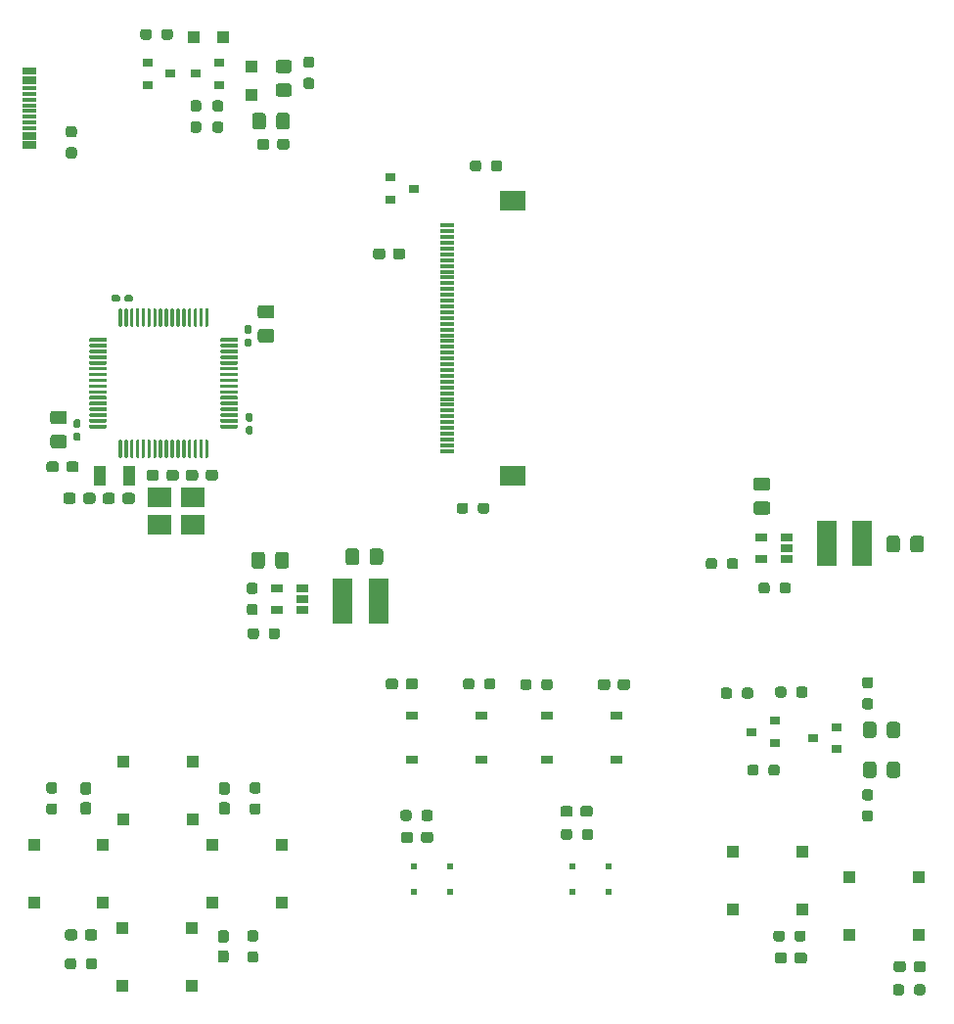
<source format=gtp>
G04 #@! TF.GenerationSoftware,KiCad,Pcbnew,(5.1.12)-1*
G04 #@! TF.CreationDate,2021-12-30T17:29:10+01:00*
G04 #@! TF.ProjectId,GameGirl,47616d65-4769-4726-9c2e-6b696361645f,rev?*
G04 #@! TF.SameCoordinates,Original*
G04 #@! TF.FileFunction,Paste,Top*
G04 #@! TF.FilePolarity,Positive*
%FSLAX46Y46*%
G04 Gerber Fmt 4.6, Leading zero omitted, Abs format (unit mm)*
G04 Created by KiCad (PCBNEW (5.1.12)-1) date 2021-12-30 17:29:10*
%MOMM*%
%LPD*%
G01*
G04 APERTURE LIST*
%ADD10R,1.000000X1.800000*%
%ADD11R,2.100000X1.800000*%
%ADD12R,1.060000X0.650000*%
%ADD13R,0.900000X0.800000*%
%ADD14R,1.000000X1.100000*%
%ADD15R,0.550000X0.550000*%
%ADD16R,1.000000X0.750000*%
%ADD17R,1.800000X4.000000*%
%ADD18R,1.300000X0.300000*%
%ADD19R,2.200000X1.800000*%
%ADD20R,1.150000X0.300000*%
%ADD21R,1.000000X1.000000*%
G04 APERTURE END LIST*
D10*
X46700000Y-77400000D03*
X44200000Y-77400000D03*
D11*
X49300000Y-79300000D03*
X52200000Y-79300000D03*
X52200000Y-81600000D03*
X49300000Y-81600000D03*
D12*
X59450000Y-89000000D03*
X59450000Y-87100000D03*
X61650000Y-87100000D03*
X61650000Y-88050000D03*
X61650000Y-89000000D03*
X101400000Y-84600000D03*
X101400000Y-82700000D03*
X103600000Y-82700000D03*
X103600000Y-83650000D03*
X103600000Y-84600000D03*
D13*
X100550000Y-99550000D03*
X102550000Y-98600000D03*
X102550000Y-100500000D03*
G36*
G01*
X44705000Y-73290000D02*
X43305000Y-73290000D01*
G75*
G02*
X43230000Y-73215000I0J75000D01*
G01*
X43230000Y-73065000D01*
G75*
G02*
X43305000Y-72990000I75000J0D01*
G01*
X44705000Y-72990000D01*
G75*
G02*
X44780000Y-73065000I0J-75000D01*
G01*
X44780000Y-73215000D01*
G75*
G02*
X44705000Y-73290000I-75000J0D01*
G01*
G37*
G36*
G01*
X44705000Y-72790000D02*
X43305000Y-72790000D01*
G75*
G02*
X43230000Y-72715000I0J75000D01*
G01*
X43230000Y-72565000D01*
G75*
G02*
X43305000Y-72490000I75000J0D01*
G01*
X44705000Y-72490000D01*
G75*
G02*
X44780000Y-72565000I0J-75000D01*
G01*
X44780000Y-72715000D01*
G75*
G02*
X44705000Y-72790000I-75000J0D01*
G01*
G37*
G36*
G01*
X44705000Y-72290000D02*
X43305000Y-72290000D01*
G75*
G02*
X43230000Y-72215000I0J75000D01*
G01*
X43230000Y-72065000D01*
G75*
G02*
X43305000Y-71990000I75000J0D01*
G01*
X44705000Y-71990000D01*
G75*
G02*
X44780000Y-72065000I0J-75000D01*
G01*
X44780000Y-72215000D01*
G75*
G02*
X44705000Y-72290000I-75000J0D01*
G01*
G37*
G36*
G01*
X44705000Y-71790000D02*
X43305000Y-71790000D01*
G75*
G02*
X43230000Y-71715000I0J75000D01*
G01*
X43230000Y-71565000D01*
G75*
G02*
X43305000Y-71490000I75000J0D01*
G01*
X44705000Y-71490000D01*
G75*
G02*
X44780000Y-71565000I0J-75000D01*
G01*
X44780000Y-71715000D01*
G75*
G02*
X44705000Y-71790000I-75000J0D01*
G01*
G37*
G36*
G01*
X44705000Y-71290000D02*
X43305000Y-71290000D01*
G75*
G02*
X43230000Y-71215000I0J75000D01*
G01*
X43230000Y-71065000D01*
G75*
G02*
X43305000Y-70990000I75000J0D01*
G01*
X44705000Y-70990000D01*
G75*
G02*
X44780000Y-71065000I0J-75000D01*
G01*
X44780000Y-71215000D01*
G75*
G02*
X44705000Y-71290000I-75000J0D01*
G01*
G37*
G36*
G01*
X44705000Y-70790000D02*
X43305000Y-70790000D01*
G75*
G02*
X43230000Y-70715000I0J75000D01*
G01*
X43230000Y-70565000D01*
G75*
G02*
X43305000Y-70490000I75000J0D01*
G01*
X44705000Y-70490000D01*
G75*
G02*
X44780000Y-70565000I0J-75000D01*
G01*
X44780000Y-70715000D01*
G75*
G02*
X44705000Y-70790000I-75000J0D01*
G01*
G37*
G36*
G01*
X44705000Y-70290000D02*
X43305000Y-70290000D01*
G75*
G02*
X43230000Y-70215000I0J75000D01*
G01*
X43230000Y-70065000D01*
G75*
G02*
X43305000Y-69990000I75000J0D01*
G01*
X44705000Y-69990000D01*
G75*
G02*
X44780000Y-70065000I0J-75000D01*
G01*
X44780000Y-70215000D01*
G75*
G02*
X44705000Y-70290000I-75000J0D01*
G01*
G37*
G36*
G01*
X44705000Y-69790000D02*
X43305000Y-69790000D01*
G75*
G02*
X43230000Y-69715000I0J75000D01*
G01*
X43230000Y-69565000D01*
G75*
G02*
X43305000Y-69490000I75000J0D01*
G01*
X44705000Y-69490000D01*
G75*
G02*
X44780000Y-69565000I0J-75000D01*
G01*
X44780000Y-69715000D01*
G75*
G02*
X44705000Y-69790000I-75000J0D01*
G01*
G37*
G36*
G01*
X44705000Y-69290000D02*
X43305000Y-69290000D01*
G75*
G02*
X43230000Y-69215000I0J75000D01*
G01*
X43230000Y-69065000D01*
G75*
G02*
X43305000Y-68990000I75000J0D01*
G01*
X44705000Y-68990000D01*
G75*
G02*
X44780000Y-69065000I0J-75000D01*
G01*
X44780000Y-69215000D01*
G75*
G02*
X44705000Y-69290000I-75000J0D01*
G01*
G37*
G36*
G01*
X44705000Y-68790000D02*
X43305000Y-68790000D01*
G75*
G02*
X43230000Y-68715000I0J75000D01*
G01*
X43230000Y-68565000D01*
G75*
G02*
X43305000Y-68490000I75000J0D01*
G01*
X44705000Y-68490000D01*
G75*
G02*
X44780000Y-68565000I0J-75000D01*
G01*
X44780000Y-68715000D01*
G75*
G02*
X44705000Y-68790000I-75000J0D01*
G01*
G37*
G36*
G01*
X44705000Y-68290000D02*
X43305000Y-68290000D01*
G75*
G02*
X43230000Y-68215000I0J75000D01*
G01*
X43230000Y-68065000D01*
G75*
G02*
X43305000Y-67990000I75000J0D01*
G01*
X44705000Y-67990000D01*
G75*
G02*
X44780000Y-68065000I0J-75000D01*
G01*
X44780000Y-68215000D01*
G75*
G02*
X44705000Y-68290000I-75000J0D01*
G01*
G37*
G36*
G01*
X44705000Y-67790000D02*
X43305000Y-67790000D01*
G75*
G02*
X43230000Y-67715000I0J75000D01*
G01*
X43230000Y-67565000D01*
G75*
G02*
X43305000Y-67490000I75000J0D01*
G01*
X44705000Y-67490000D01*
G75*
G02*
X44780000Y-67565000I0J-75000D01*
G01*
X44780000Y-67715000D01*
G75*
G02*
X44705000Y-67790000I-75000J0D01*
G01*
G37*
G36*
G01*
X44705000Y-67290000D02*
X43305000Y-67290000D01*
G75*
G02*
X43230000Y-67215000I0J75000D01*
G01*
X43230000Y-67065000D01*
G75*
G02*
X43305000Y-66990000I75000J0D01*
G01*
X44705000Y-66990000D01*
G75*
G02*
X44780000Y-67065000I0J-75000D01*
G01*
X44780000Y-67215000D01*
G75*
G02*
X44705000Y-67290000I-75000J0D01*
G01*
G37*
G36*
G01*
X44705000Y-66790000D02*
X43305000Y-66790000D01*
G75*
G02*
X43230000Y-66715000I0J75000D01*
G01*
X43230000Y-66565000D01*
G75*
G02*
X43305000Y-66490000I75000J0D01*
G01*
X44705000Y-66490000D01*
G75*
G02*
X44780000Y-66565000I0J-75000D01*
G01*
X44780000Y-66715000D01*
G75*
G02*
X44705000Y-66790000I-75000J0D01*
G01*
G37*
G36*
G01*
X44705000Y-66290000D02*
X43305000Y-66290000D01*
G75*
G02*
X43230000Y-66215000I0J75000D01*
G01*
X43230000Y-66065000D01*
G75*
G02*
X43305000Y-65990000I75000J0D01*
G01*
X44705000Y-65990000D01*
G75*
G02*
X44780000Y-66065000I0J-75000D01*
G01*
X44780000Y-66215000D01*
G75*
G02*
X44705000Y-66290000I-75000J0D01*
G01*
G37*
G36*
G01*
X44705000Y-65790000D02*
X43305000Y-65790000D01*
G75*
G02*
X43230000Y-65715000I0J75000D01*
G01*
X43230000Y-65565000D01*
G75*
G02*
X43305000Y-65490000I75000J0D01*
G01*
X44705000Y-65490000D01*
G75*
G02*
X44780000Y-65565000I0J-75000D01*
G01*
X44780000Y-65715000D01*
G75*
G02*
X44705000Y-65790000I-75000J0D01*
G01*
G37*
G36*
G01*
X46005000Y-64490000D02*
X45855000Y-64490000D01*
G75*
G02*
X45780000Y-64415000I0J75000D01*
G01*
X45780000Y-63015000D01*
G75*
G02*
X45855000Y-62940000I75000J0D01*
G01*
X46005000Y-62940000D01*
G75*
G02*
X46080000Y-63015000I0J-75000D01*
G01*
X46080000Y-64415000D01*
G75*
G02*
X46005000Y-64490000I-75000J0D01*
G01*
G37*
G36*
G01*
X46505000Y-64490000D02*
X46355000Y-64490000D01*
G75*
G02*
X46280000Y-64415000I0J75000D01*
G01*
X46280000Y-63015000D01*
G75*
G02*
X46355000Y-62940000I75000J0D01*
G01*
X46505000Y-62940000D01*
G75*
G02*
X46580000Y-63015000I0J-75000D01*
G01*
X46580000Y-64415000D01*
G75*
G02*
X46505000Y-64490000I-75000J0D01*
G01*
G37*
G36*
G01*
X47005000Y-64490000D02*
X46855000Y-64490000D01*
G75*
G02*
X46780000Y-64415000I0J75000D01*
G01*
X46780000Y-63015000D01*
G75*
G02*
X46855000Y-62940000I75000J0D01*
G01*
X47005000Y-62940000D01*
G75*
G02*
X47080000Y-63015000I0J-75000D01*
G01*
X47080000Y-64415000D01*
G75*
G02*
X47005000Y-64490000I-75000J0D01*
G01*
G37*
G36*
G01*
X47505000Y-64490000D02*
X47355000Y-64490000D01*
G75*
G02*
X47280000Y-64415000I0J75000D01*
G01*
X47280000Y-63015000D01*
G75*
G02*
X47355000Y-62940000I75000J0D01*
G01*
X47505000Y-62940000D01*
G75*
G02*
X47580000Y-63015000I0J-75000D01*
G01*
X47580000Y-64415000D01*
G75*
G02*
X47505000Y-64490000I-75000J0D01*
G01*
G37*
G36*
G01*
X48005000Y-64490000D02*
X47855000Y-64490000D01*
G75*
G02*
X47780000Y-64415000I0J75000D01*
G01*
X47780000Y-63015000D01*
G75*
G02*
X47855000Y-62940000I75000J0D01*
G01*
X48005000Y-62940000D01*
G75*
G02*
X48080000Y-63015000I0J-75000D01*
G01*
X48080000Y-64415000D01*
G75*
G02*
X48005000Y-64490000I-75000J0D01*
G01*
G37*
G36*
G01*
X48505000Y-64490000D02*
X48355000Y-64490000D01*
G75*
G02*
X48280000Y-64415000I0J75000D01*
G01*
X48280000Y-63015000D01*
G75*
G02*
X48355000Y-62940000I75000J0D01*
G01*
X48505000Y-62940000D01*
G75*
G02*
X48580000Y-63015000I0J-75000D01*
G01*
X48580000Y-64415000D01*
G75*
G02*
X48505000Y-64490000I-75000J0D01*
G01*
G37*
G36*
G01*
X49005000Y-64490000D02*
X48855000Y-64490000D01*
G75*
G02*
X48780000Y-64415000I0J75000D01*
G01*
X48780000Y-63015000D01*
G75*
G02*
X48855000Y-62940000I75000J0D01*
G01*
X49005000Y-62940000D01*
G75*
G02*
X49080000Y-63015000I0J-75000D01*
G01*
X49080000Y-64415000D01*
G75*
G02*
X49005000Y-64490000I-75000J0D01*
G01*
G37*
G36*
G01*
X49505000Y-64490000D02*
X49355000Y-64490000D01*
G75*
G02*
X49280000Y-64415000I0J75000D01*
G01*
X49280000Y-63015000D01*
G75*
G02*
X49355000Y-62940000I75000J0D01*
G01*
X49505000Y-62940000D01*
G75*
G02*
X49580000Y-63015000I0J-75000D01*
G01*
X49580000Y-64415000D01*
G75*
G02*
X49505000Y-64490000I-75000J0D01*
G01*
G37*
G36*
G01*
X50005000Y-64490000D02*
X49855000Y-64490000D01*
G75*
G02*
X49780000Y-64415000I0J75000D01*
G01*
X49780000Y-63015000D01*
G75*
G02*
X49855000Y-62940000I75000J0D01*
G01*
X50005000Y-62940000D01*
G75*
G02*
X50080000Y-63015000I0J-75000D01*
G01*
X50080000Y-64415000D01*
G75*
G02*
X50005000Y-64490000I-75000J0D01*
G01*
G37*
G36*
G01*
X50505000Y-64490000D02*
X50355000Y-64490000D01*
G75*
G02*
X50280000Y-64415000I0J75000D01*
G01*
X50280000Y-63015000D01*
G75*
G02*
X50355000Y-62940000I75000J0D01*
G01*
X50505000Y-62940000D01*
G75*
G02*
X50580000Y-63015000I0J-75000D01*
G01*
X50580000Y-64415000D01*
G75*
G02*
X50505000Y-64490000I-75000J0D01*
G01*
G37*
G36*
G01*
X51005000Y-64490000D02*
X50855000Y-64490000D01*
G75*
G02*
X50780000Y-64415000I0J75000D01*
G01*
X50780000Y-63015000D01*
G75*
G02*
X50855000Y-62940000I75000J0D01*
G01*
X51005000Y-62940000D01*
G75*
G02*
X51080000Y-63015000I0J-75000D01*
G01*
X51080000Y-64415000D01*
G75*
G02*
X51005000Y-64490000I-75000J0D01*
G01*
G37*
G36*
G01*
X51505000Y-64490000D02*
X51355000Y-64490000D01*
G75*
G02*
X51280000Y-64415000I0J75000D01*
G01*
X51280000Y-63015000D01*
G75*
G02*
X51355000Y-62940000I75000J0D01*
G01*
X51505000Y-62940000D01*
G75*
G02*
X51580000Y-63015000I0J-75000D01*
G01*
X51580000Y-64415000D01*
G75*
G02*
X51505000Y-64490000I-75000J0D01*
G01*
G37*
G36*
G01*
X52005000Y-64490000D02*
X51855000Y-64490000D01*
G75*
G02*
X51780000Y-64415000I0J75000D01*
G01*
X51780000Y-63015000D01*
G75*
G02*
X51855000Y-62940000I75000J0D01*
G01*
X52005000Y-62940000D01*
G75*
G02*
X52080000Y-63015000I0J-75000D01*
G01*
X52080000Y-64415000D01*
G75*
G02*
X52005000Y-64490000I-75000J0D01*
G01*
G37*
G36*
G01*
X52505000Y-64490000D02*
X52355000Y-64490000D01*
G75*
G02*
X52280000Y-64415000I0J75000D01*
G01*
X52280000Y-63015000D01*
G75*
G02*
X52355000Y-62940000I75000J0D01*
G01*
X52505000Y-62940000D01*
G75*
G02*
X52580000Y-63015000I0J-75000D01*
G01*
X52580000Y-64415000D01*
G75*
G02*
X52505000Y-64490000I-75000J0D01*
G01*
G37*
G36*
G01*
X53005000Y-64490000D02*
X52855000Y-64490000D01*
G75*
G02*
X52780000Y-64415000I0J75000D01*
G01*
X52780000Y-63015000D01*
G75*
G02*
X52855000Y-62940000I75000J0D01*
G01*
X53005000Y-62940000D01*
G75*
G02*
X53080000Y-63015000I0J-75000D01*
G01*
X53080000Y-64415000D01*
G75*
G02*
X53005000Y-64490000I-75000J0D01*
G01*
G37*
G36*
G01*
X53505000Y-64490000D02*
X53355000Y-64490000D01*
G75*
G02*
X53280000Y-64415000I0J75000D01*
G01*
X53280000Y-63015000D01*
G75*
G02*
X53355000Y-62940000I75000J0D01*
G01*
X53505000Y-62940000D01*
G75*
G02*
X53580000Y-63015000I0J-75000D01*
G01*
X53580000Y-64415000D01*
G75*
G02*
X53505000Y-64490000I-75000J0D01*
G01*
G37*
G36*
G01*
X56055000Y-65790000D02*
X54655000Y-65790000D01*
G75*
G02*
X54580000Y-65715000I0J75000D01*
G01*
X54580000Y-65565000D01*
G75*
G02*
X54655000Y-65490000I75000J0D01*
G01*
X56055000Y-65490000D01*
G75*
G02*
X56130000Y-65565000I0J-75000D01*
G01*
X56130000Y-65715000D01*
G75*
G02*
X56055000Y-65790000I-75000J0D01*
G01*
G37*
G36*
G01*
X56055000Y-66290000D02*
X54655000Y-66290000D01*
G75*
G02*
X54580000Y-66215000I0J75000D01*
G01*
X54580000Y-66065000D01*
G75*
G02*
X54655000Y-65990000I75000J0D01*
G01*
X56055000Y-65990000D01*
G75*
G02*
X56130000Y-66065000I0J-75000D01*
G01*
X56130000Y-66215000D01*
G75*
G02*
X56055000Y-66290000I-75000J0D01*
G01*
G37*
G36*
G01*
X56055000Y-66790000D02*
X54655000Y-66790000D01*
G75*
G02*
X54580000Y-66715000I0J75000D01*
G01*
X54580000Y-66565000D01*
G75*
G02*
X54655000Y-66490000I75000J0D01*
G01*
X56055000Y-66490000D01*
G75*
G02*
X56130000Y-66565000I0J-75000D01*
G01*
X56130000Y-66715000D01*
G75*
G02*
X56055000Y-66790000I-75000J0D01*
G01*
G37*
G36*
G01*
X56055000Y-67290000D02*
X54655000Y-67290000D01*
G75*
G02*
X54580000Y-67215000I0J75000D01*
G01*
X54580000Y-67065000D01*
G75*
G02*
X54655000Y-66990000I75000J0D01*
G01*
X56055000Y-66990000D01*
G75*
G02*
X56130000Y-67065000I0J-75000D01*
G01*
X56130000Y-67215000D01*
G75*
G02*
X56055000Y-67290000I-75000J0D01*
G01*
G37*
G36*
G01*
X56055000Y-67790000D02*
X54655000Y-67790000D01*
G75*
G02*
X54580000Y-67715000I0J75000D01*
G01*
X54580000Y-67565000D01*
G75*
G02*
X54655000Y-67490000I75000J0D01*
G01*
X56055000Y-67490000D01*
G75*
G02*
X56130000Y-67565000I0J-75000D01*
G01*
X56130000Y-67715000D01*
G75*
G02*
X56055000Y-67790000I-75000J0D01*
G01*
G37*
G36*
G01*
X56055000Y-68290000D02*
X54655000Y-68290000D01*
G75*
G02*
X54580000Y-68215000I0J75000D01*
G01*
X54580000Y-68065000D01*
G75*
G02*
X54655000Y-67990000I75000J0D01*
G01*
X56055000Y-67990000D01*
G75*
G02*
X56130000Y-68065000I0J-75000D01*
G01*
X56130000Y-68215000D01*
G75*
G02*
X56055000Y-68290000I-75000J0D01*
G01*
G37*
G36*
G01*
X56055000Y-68790000D02*
X54655000Y-68790000D01*
G75*
G02*
X54580000Y-68715000I0J75000D01*
G01*
X54580000Y-68565000D01*
G75*
G02*
X54655000Y-68490000I75000J0D01*
G01*
X56055000Y-68490000D01*
G75*
G02*
X56130000Y-68565000I0J-75000D01*
G01*
X56130000Y-68715000D01*
G75*
G02*
X56055000Y-68790000I-75000J0D01*
G01*
G37*
G36*
G01*
X56055000Y-69290000D02*
X54655000Y-69290000D01*
G75*
G02*
X54580000Y-69215000I0J75000D01*
G01*
X54580000Y-69065000D01*
G75*
G02*
X54655000Y-68990000I75000J0D01*
G01*
X56055000Y-68990000D01*
G75*
G02*
X56130000Y-69065000I0J-75000D01*
G01*
X56130000Y-69215000D01*
G75*
G02*
X56055000Y-69290000I-75000J0D01*
G01*
G37*
G36*
G01*
X56055000Y-69790000D02*
X54655000Y-69790000D01*
G75*
G02*
X54580000Y-69715000I0J75000D01*
G01*
X54580000Y-69565000D01*
G75*
G02*
X54655000Y-69490000I75000J0D01*
G01*
X56055000Y-69490000D01*
G75*
G02*
X56130000Y-69565000I0J-75000D01*
G01*
X56130000Y-69715000D01*
G75*
G02*
X56055000Y-69790000I-75000J0D01*
G01*
G37*
G36*
G01*
X56055000Y-70290000D02*
X54655000Y-70290000D01*
G75*
G02*
X54580000Y-70215000I0J75000D01*
G01*
X54580000Y-70065000D01*
G75*
G02*
X54655000Y-69990000I75000J0D01*
G01*
X56055000Y-69990000D01*
G75*
G02*
X56130000Y-70065000I0J-75000D01*
G01*
X56130000Y-70215000D01*
G75*
G02*
X56055000Y-70290000I-75000J0D01*
G01*
G37*
G36*
G01*
X56055000Y-70790000D02*
X54655000Y-70790000D01*
G75*
G02*
X54580000Y-70715000I0J75000D01*
G01*
X54580000Y-70565000D01*
G75*
G02*
X54655000Y-70490000I75000J0D01*
G01*
X56055000Y-70490000D01*
G75*
G02*
X56130000Y-70565000I0J-75000D01*
G01*
X56130000Y-70715000D01*
G75*
G02*
X56055000Y-70790000I-75000J0D01*
G01*
G37*
G36*
G01*
X56055000Y-71290000D02*
X54655000Y-71290000D01*
G75*
G02*
X54580000Y-71215000I0J75000D01*
G01*
X54580000Y-71065000D01*
G75*
G02*
X54655000Y-70990000I75000J0D01*
G01*
X56055000Y-70990000D01*
G75*
G02*
X56130000Y-71065000I0J-75000D01*
G01*
X56130000Y-71215000D01*
G75*
G02*
X56055000Y-71290000I-75000J0D01*
G01*
G37*
G36*
G01*
X56055000Y-71790000D02*
X54655000Y-71790000D01*
G75*
G02*
X54580000Y-71715000I0J75000D01*
G01*
X54580000Y-71565000D01*
G75*
G02*
X54655000Y-71490000I75000J0D01*
G01*
X56055000Y-71490000D01*
G75*
G02*
X56130000Y-71565000I0J-75000D01*
G01*
X56130000Y-71715000D01*
G75*
G02*
X56055000Y-71790000I-75000J0D01*
G01*
G37*
G36*
G01*
X56055000Y-72290000D02*
X54655000Y-72290000D01*
G75*
G02*
X54580000Y-72215000I0J75000D01*
G01*
X54580000Y-72065000D01*
G75*
G02*
X54655000Y-71990000I75000J0D01*
G01*
X56055000Y-71990000D01*
G75*
G02*
X56130000Y-72065000I0J-75000D01*
G01*
X56130000Y-72215000D01*
G75*
G02*
X56055000Y-72290000I-75000J0D01*
G01*
G37*
G36*
G01*
X56055000Y-72790000D02*
X54655000Y-72790000D01*
G75*
G02*
X54580000Y-72715000I0J75000D01*
G01*
X54580000Y-72565000D01*
G75*
G02*
X54655000Y-72490000I75000J0D01*
G01*
X56055000Y-72490000D01*
G75*
G02*
X56130000Y-72565000I0J-75000D01*
G01*
X56130000Y-72715000D01*
G75*
G02*
X56055000Y-72790000I-75000J0D01*
G01*
G37*
G36*
G01*
X56055000Y-73290000D02*
X54655000Y-73290000D01*
G75*
G02*
X54580000Y-73215000I0J75000D01*
G01*
X54580000Y-73065000D01*
G75*
G02*
X54655000Y-72990000I75000J0D01*
G01*
X56055000Y-72990000D01*
G75*
G02*
X56130000Y-73065000I0J-75000D01*
G01*
X56130000Y-73215000D01*
G75*
G02*
X56055000Y-73290000I-75000J0D01*
G01*
G37*
G36*
G01*
X53505000Y-75840000D02*
X53355000Y-75840000D01*
G75*
G02*
X53280000Y-75765000I0J75000D01*
G01*
X53280000Y-74365000D01*
G75*
G02*
X53355000Y-74290000I75000J0D01*
G01*
X53505000Y-74290000D01*
G75*
G02*
X53580000Y-74365000I0J-75000D01*
G01*
X53580000Y-75765000D01*
G75*
G02*
X53505000Y-75840000I-75000J0D01*
G01*
G37*
G36*
G01*
X53005000Y-75840000D02*
X52855000Y-75840000D01*
G75*
G02*
X52780000Y-75765000I0J75000D01*
G01*
X52780000Y-74365000D01*
G75*
G02*
X52855000Y-74290000I75000J0D01*
G01*
X53005000Y-74290000D01*
G75*
G02*
X53080000Y-74365000I0J-75000D01*
G01*
X53080000Y-75765000D01*
G75*
G02*
X53005000Y-75840000I-75000J0D01*
G01*
G37*
G36*
G01*
X52505000Y-75840000D02*
X52355000Y-75840000D01*
G75*
G02*
X52280000Y-75765000I0J75000D01*
G01*
X52280000Y-74365000D01*
G75*
G02*
X52355000Y-74290000I75000J0D01*
G01*
X52505000Y-74290000D01*
G75*
G02*
X52580000Y-74365000I0J-75000D01*
G01*
X52580000Y-75765000D01*
G75*
G02*
X52505000Y-75840000I-75000J0D01*
G01*
G37*
G36*
G01*
X52005000Y-75840000D02*
X51855000Y-75840000D01*
G75*
G02*
X51780000Y-75765000I0J75000D01*
G01*
X51780000Y-74365000D01*
G75*
G02*
X51855000Y-74290000I75000J0D01*
G01*
X52005000Y-74290000D01*
G75*
G02*
X52080000Y-74365000I0J-75000D01*
G01*
X52080000Y-75765000D01*
G75*
G02*
X52005000Y-75840000I-75000J0D01*
G01*
G37*
G36*
G01*
X51505000Y-75840000D02*
X51355000Y-75840000D01*
G75*
G02*
X51280000Y-75765000I0J75000D01*
G01*
X51280000Y-74365000D01*
G75*
G02*
X51355000Y-74290000I75000J0D01*
G01*
X51505000Y-74290000D01*
G75*
G02*
X51580000Y-74365000I0J-75000D01*
G01*
X51580000Y-75765000D01*
G75*
G02*
X51505000Y-75840000I-75000J0D01*
G01*
G37*
G36*
G01*
X51005000Y-75840000D02*
X50855000Y-75840000D01*
G75*
G02*
X50780000Y-75765000I0J75000D01*
G01*
X50780000Y-74365000D01*
G75*
G02*
X50855000Y-74290000I75000J0D01*
G01*
X51005000Y-74290000D01*
G75*
G02*
X51080000Y-74365000I0J-75000D01*
G01*
X51080000Y-75765000D01*
G75*
G02*
X51005000Y-75840000I-75000J0D01*
G01*
G37*
G36*
G01*
X50505000Y-75840000D02*
X50355000Y-75840000D01*
G75*
G02*
X50280000Y-75765000I0J75000D01*
G01*
X50280000Y-74365000D01*
G75*
G02*
X50355000Y-74290000I75000J0D01*
G01*
X50505000Y-74290000D01*
G75*
G02*
X50580000Y-74365000I0J-75000D01*
G01*
X50580000Y-75765000D01*
G75*
G02*
X50505000Y-75840000I-75000J0D01*
G01*
G37*
G36*
G01*
X50005000Y-75840000D02*
X49855000Y-75840000D01*
G75*
G02*
X49780000Y-75765000I0J75000D01*
G01*
X49780000Y-74365000D01*
G75*
G02*
X49855000Y-74290000I75000J0D01*
G01*
X50005000Y-74290000D01*
G75*
G02*
X50080000Y-74365000I0J-75000D01*
G01*
X50080000Y-75765000D01*
G75*
G02*
X50005000Y-75840000I-75000J0D01*
G01*
G37*
G36*
G01*
X49505000Y-75840000D02*
X49355000Y-75840000D01*
G75*
G02*
X49280000Y-75765000I0J75000D01*
G01*
X49280000Y-74365000D01*
G75*
G02*
X49355000Y-74290000I75000J0D01*
G01*
X49505000Y-74290000D01*
G75*
G02*
X49580000Y-74365000I0J-75000D01*
G01*
X49580000Y-75765000D01*
G75*
G02*
X49505000Y-75840000I-75000J0D01*
G01*
G37*
G36*
G01*
X49005000Y-75840000D02*
X48855000Y-75840000D01*
G75*
G02*
X48780000Y-75765000I0J75000D01*
G01*
X48780000Y-74365000D01*
G75*
G02*
X48855000Y-74290000I75000J0D01*
G01*
X49005000Y-74290000D01*
G75*
G02*
X49080000Y-74365000I0J-75000D01*
G01*
X49080000Y-75765000D01*
G75*
G02*
X49005000Y-75840000I-75000J0D01*
G01*
G37*
G36*
G01*
X48505000Y-75840000D02*
X48355000Y-75840000D01*
G75*
G02*
X48280000Y-75765000I0J75000D01*
G01*
X48280000Y-74365000D01*
G75*
G02*
X48355000Y-74290000I75000J0D01*
G01*
X48505000Y-74290000D01*
G75*
G02*
X48580000Y-74365000I0J-75000D01*
G01*
X48580000Y-75765000D01*
G75*
G02*
X48505000Y-75840000I-75000J0D01*
G01*
G37*
G36*
G01*
X48005000Y-75840000D02*
X47855000Y-75840000D01*
G75*
G02*
X47780000Y-75765000I0J75000D01*
G01*
X47780000Y-74365000D01*
G75*
G02*
X47855000Y-74290000I75000J0D01*
G01*
X48005000Y-74290000D01*
G75*
G02*
X48080000Y-74365000I0J-75000D01*
G01*
X48080000Y-75765000D01*
G75*
G02*
X48005000Y-75840000I-75000J0D01*
G01*
G37*
G36*
G01*
X47505000Y-75840000D02*
X47355000Y-75840000D01*
G75*
G02*
X47280000Y-75765000I0J75000D01*
G01*
X47280000Y-74365000D01*
G75*
G02*
X47355000Y-74290000I75000J0D01*
G01*
X47505000Y-74290000D01*
G75*
G02*
X47580000Y-74365000I0J-75000D01*
G01*
X47580000Y-75765000D01*
G75*
G02*
X47505000Y-75840000I-75000J0D01*
G01*
G37*
G36*
G01*
X47005000Y-75840000D02*
X46855000Y-75840000D01*
G75*
G02*
X46780000Y-75765000I0J75000D01*
G01*
X46780000Y-74365000D01*
G75*
G02*
X46855000Y-74290000I75000J0D01*
G01*
X47005000Y-74290000D01*
G75*
G02*
X47080000Y-74365000I0J-75000D01*
G01*
X47080000Y-75765000D01*
G75*
G02*
X47005000Y-75840000I-75000J0D01*
G01*
G37*
G36*
G01*
X46505000Y-75840000D02*
X46355000Y-75840000D01*
G75*
G02*
X46280000Y-75765000I0J75000D01*
G01*
X46280000Y-74365000D01*
G75*
G02*
X46355000Y-74290000I75000J0D01*
G01*
X46505000Y-74290000D01*
G75*
G02*
X46580000Y-74365000I0J-75000D01*
G01*
X46580000Y-75765000D01*
G75*
G02*
X46505000Y-75840000I-75000J0D01*
G01*
G37*
G36*
G01*
X46005000Y-75840000D02*
X45855000Y-75840000D01*
G75*
G02*
X45780000Y-75765000I0J75000D01*
G01*
X45780000Y-74365000D01*
G75*
G02*
X45855000Y-74290000I75000J0D01*
G01*
X46005000Y-74290000D01*
G75*
G02*
X46080000Y-74365000I0J-75000D01*
G01*
X46080000Y-75765000D01*
G75*
G02*
X46005000Y-75840000I-75000J0D01*
G01*
G37*
D14*
X98925000Y-109875000D03*
X98925000Y-114875000D03*
X104925000Y-109875000D03*
X104925000Y-114875000D03*
X59870000Y-114320000D03*
X59870000Y-109320000D03*
X53870000Y-114320000D03*
X53870000Y-109320000D03*
X46150000Y-116510000D03*
X46150000Y-121510000D03*
X52150000Y-116510000D03*
X52150000Y-121510000D03*
X38450000Y-109300000D03*
X38450000Y-114300000D03*
X44450000Y-109300000D03*
X44450000Y-114300000D03*
X109050000Y-112125000D03*
X109050000Y-117125000D03*
X115050000Y-112125000D03*
X115050000Y-117125000D03*
X52175000Y-107100000D03*
X52175000Y-102100000D03*
X46175000Y-107100000D03*
X46175000Y-102100000D03*
D15*
X74448000Y-111168000D03*
X74448000Y-113368000D03*
X71348000Y-113368000D03*
X71348000Y-111168000D03*
X88164000Y-111168000D03*
X88164000Y-113368000D03*
X85064000Y-113368000D03*
X85064000Y-111168000D03*
D16*
X71150000Y-98175000D03*
X77150000Y-98175000D03*
X71150000Y-101925000D03*
X77150000Y-101925000D03*
X82850000Y-98175000D03*
X88850000Y-98175000D03*
X82850000Y-101925000D03*
X88850000Y-101925000D03*
G36*
G01*
X110362500Y-106325000D02*
X110837500Y-106325000D01*
G75*
G02*
X111075000Y-106562500I0J-237500D01*
G01*
X111075000Y-107062500D01*
G75*
G02*
X110837500Y-107300000I-237500J0D01*
G01*
X110362500Y-107300000D01*
G75*
G02*
X110125000Y-107062500I0J237500D01*
G01*
X110125000Y-106562500D01*
G75*
G02*
X110362500Y-106325000I237500J0D01*
G01*
G37*
G36*
G01*
X110362500Y-104500000D02*
X110837500Y-104500000D01*
G75*
G02*
X111075000Y-104737500I0J-237500D01*
G01*
X111075000Y-105237500D01*
G75*
G02*
X110837500Y-105475000I-237500J0D01*
G01*
X110362500Y-105475000D01*
G75*
G02*
X110125000Y-105237500I0J237500D01*
G01*
X110125000Y-104737500D01*
G75*
G02*
X110362500Y-104500000I237500J0D01*
G01*
G37*
G36*
G01*
X48650000Y-38987500D02*
X48650000Y-39462500D01*
G75*
G02*
X48412500Y-39700000I-237500J0D01*
G01*
X47912500Y-39700000D01*
G75*
G02*
X47675000Y-39462500I0J237500D01*
G01*
X47675000Y-38987500D01*
G75*
G02*
X47912500Y-38750000I237500J0D01*
G01*
X48412500Y-38750000D01*
G75*
G02*
X48650000Y-38987500I0J-237500D01*
G01*
G37*
G36*
G01*
X50475000Y-38987500D02*
X50475000Y-39462500D01*
G75*
G02*
X50237500Y-39700000I-237500J0D01*
G01*
X49737500Y-39700000D01*
G75*
G02*
X49500000Y-39462500I0J237500D01*
G01*
X49500000Y-38987500D01*
G75*
G02*
X49737500Y-38750000I237500J0D01*
G01*
X50237500Y-38750000D01*
G75*
G02*
X50475000Y-38987500I0J-237500D01*
G01*
G37*
G36*
G01*
X54612500Y-45900000D02*
X54137500Y-45900000D01*
G75*
G02*
X53900000Y-45662500I0J237500D01*
G01*
X53900000Y-45162500D01*
G75*
G02*
X54137500Y-44925000I237500J0D01*
G01*
X54612500Y-44925000D01*
G75*
G02*
X54850000Y-45162500I0J-237500D01*
G01*
X54850000Y-45662500D01*
G75*
G02*
X54612500Y-45900000I-237500J0D01*
G01*
G37*
G36*
G01*
X54612500Y-47725000D02*
X54137500Y-47725000D01*
G75*
G02*
X53900000Y-47487500I0J237500D01*
G01*
X53900000Y-46987500D01*
G75*
G02*
X54137500Y-46750000I237500J0D01*
G01*
X54612500Y-46750000D01*
G75*
G02*
X54850000Y-46987500I0J-237500D01*
G01*
X54850000Y-47487500D01*
G75*
G02*
X54612500Y-47725000I-237500J0D01*
G01*
G37*
G36*
G01*
X52237500Y-46750000D02*
X52712500Y-46750000D01*
G75*
G02*
X52950000Y-46987500I0J-237500D01*
G01*
X52950000Y-47487500D01*
G75*
G02*
X52712500Y-47725000I-237500J0D01*
G01*
X52237500Y-47725000D01*
G75*
G02*
X52000000Y-47487500I0J237500D01*
G01*
X52000000Y-46987500D01*
G75*
G02*
X52237500Y-46750000I237500J0D01*
G01*
G37*
G36*
G01*
X52237500Y-44925000D02*
X52712500Y-44925000D01*
G75*
G02*
X52950000Y-45162500I0J-237500D01*
G01*
X52950000Y-45662500D01*
G75*
G02*
X52712500Y-45900000I-237500J0D01*
G01*
X52237500Y-45900000D01*
G75*
G02*
X52000000Y-45662500I0J237500D01*
G01*
X52000000Y-45162500D01*
G75*
G02*
X52237500Y-44925000I237500J0D01*
G01*
G37*
G36*
G01*
X58775000Y-91287500D02*
X58775000Y-90812500D01*
G75*
G02*
X59012500Y-90575000I237500J0D01*
G01*
X59512500Y-90575000D01*
G75*
G02*
X59750000Y-90812500I0J-237500D01*
G01*
X59750000Y-91287500D01*
G75*
G02*
X59512500Y-91525000I-237500J0D01*
G01*
X59012500Y-91525000D01*
G75*
G02*
X58775000Y-91287500I0J237500D01*
G01*
G37*
G36*
G01*
X56950000Y-91287500D02*
X56950000Y-90812500D01*
G75*
G02*
X57187500Y-90575000I237500J0D01*
G01*
X57687500Y-90575000D01*
G75*
G02*
X57925000Y-90812500I0J-237500D01*
G01*
X57925000Y-91287500D01*
G75*
G02*
X57687500Y-91525000I-237500J0D01*
G01*
X57187500Y-91525000D01*
G75*
G02*
X56950000Y-91287500I0J237500D01*
G01*
G37*
G36*
G01*
X102975000Y-87337500D02*
X102975000Y-86862500D01*
G75*
G02*
X103212500Y-86625000I237500J0D01*
G01*
X103712500Y-86625000D01*
G75*
G02*
X103950000Y-86862500I0J-237500D01*
G01*
X103950000Y-87337500D01*
G75*
G02*
X103712500Y-87575000I-237500J0D01*
G01*
X103212500Y-87575000D01*
G75*
G02*
X102975000Y-87337500I0J237500D01*
G01*
G37*
G36*
G01*
X101150000Y-87337500D02*
X101150000Y-86862500D01*
G75*
G02*
X101387500Y-86625000I237500J0D01*
G01*
X101887500Y-86625000D01*
G75*
G02*
X102125000Y-86862500I0J-237500D01*
G01*
X102125000Y-87337500D01*
G75*
G02*
X101887500Y-87575000I-237500J0D01*
G01*
X101387500Y-87575000D01*
G75*
G02*
X101150000Y-87337500I0J237500D01*
G01*
G37*
G36*
G01*
X57587500Y-87625000D02*
X57112500Y-87625000D01*
G75*
G02*
X56875000Y-87387500I0J237500D01*
G01*
X56875000Y-86887500D01*
G75*
G02*
X57112500Y-86650000I237500J0D01*
G01*
X57587500Y-86650000D01*
G75*
G02*
X57825000Y-86887500I0J-237500D01*
G01*
X57825000Y-87387500D01*
G75*
G02*
X57587500Y-87625000I-237500J0D01*
G01*
G37*
G36*
G01*
X57587500Y-89450000D02*
X57112500Y-89450000D01*
G75*
G02*
X56875000Y-89212500I0J237500D01*
G01*
X56875000Y-88712500D01*
G75*
G02*
X57112500Y-88475000I237500J0D01*
G01*
X57587500Y-88475000D01*
G75*
G02*
X57825000Y-88712500I0J-237500D01*
G01*
X57825000Y-89212500D01*
G75*
G02*
X57587500Y-89450000I-237500J0D01*
G01*
G37*
G36*
G01*
X97575000Y-84762500D02*
X97575000Y-85237500D01*
G75*
G02*
X97337500Y-85475000I-237500J0D01*
G01*
X96837500Y-85475000D01*
G75*
G02*
X96600000Y-85237500I0J237500D01*
G01*
X96600000Y-84762500D01*
G75*
G02*
X96837500Y-84525000I237500J0D01*
G01*
X97337500Y-84525000D01*
G75*
G02*
X97575000Y-84762500I0J-237500D01*
G01*
G37*
G36*
G01*
X99400000Y-84762500D02*
X99400000Y-85237500D01*
G75*
G02*
X99162500Y-85475000I-237500J0D01*
G01*
X98662500Y-85475000D01*
G75*
G02*
X98425000Y-85237500I0J237500D01*
G01*
X98425000Y-84762500D01*
G75*
G02*
X98662500Y-84525000I237500J0D01*
G01*
X99162500Y-84525000D01*
G75*
G02*
X99400000Y-84762500I0J-237500D01*
G01*
G37*
G36*
G01*
X110837500Y-95775000D02*
X110362500Y-95775000D01*
G75*
G02*
X110125000Y-95537500I0J237500D01*
G01*
X110125000Y-95037500D01*
G75*
G02*
X110362500Y-94800000I237500J0D01*
G01*
X110837500Y-94800000D01*
G75*
G02*
X111075000Y-95037500I0J-237500D01*
G01*
X111075000Y-95537500D01*
G75*
G02*
X110837500Y-95775000I-237500J0D01*
G01*
G37*
G36*
G01*
X110837500Y-97600000D02*
X110362500Y-97600000D01*
G75*
G02*
X110125000Y-97362500I0J237500D01*
G01*
X110125000Y-96862500D01*
G75*
G02*
X110362500Y-96625000I237500J0D01*
G01*
X110837500Y-96625000D01*
G75*
G02*
X111075000Y-96862500I0J-237500D01*
G01*
X111075000Y-97362500D01*
G75*
G02*
X110837500Y-97600000I-237500J0D01*
G01*
G37*
G36*
G01*
X101175000Y-102612500D02*
X101175000Y-103087500D01*
G75*
G02*
X100937500Y-103325000I-237500J0D01*
G01*
X100437500Y-103325000D01*
G75*
G02*
X100200000Y-103087500I0J237500D01*
G01*
X100200000Y-102612500D01*
G75*
G02*
X100437500Y-102375000I237500J0D01*
G01*
X100937500Y-102375000D01*
G75*
G02*
X101175000Y-102612500I0J-237500D01*
G01*
G37*
G36*
G01*
X103000000Y-102612500D02*
X103000000Y-103087500D01*
G75*
G02*
X102762500Y-103325000I-237500J0D01*
G01*
X102262500Y-103325000D01*
G75*
G02*
X102025000Y-103087500I0J237500D01*
G01*
X102025000Y-102612500D01*
G75*
G02*
X102262500Y-102375000I237500J0D01*
G01*
X102762500Y-102375000D01*
G75*
G02*
X103000000Y-102612500I0J-237500D01*
G01*
G37*
G36*
G01*
X98875000Y-95962500D02*
X98875000Y-96437500D01*
G75*
G02*
X98637500Y-96675000I-237500J0D01*
G01*
X98137500Y-96675000D01*
G75*
G02*
X97900000Y-96437500I0J237500D01*
G01*
X97900000Y-95962500D01*
G75*
G02*
X98137500Y-95725000I237500J0D01*
G01*
X98637500Y-95725000D01*
G75*
G02*
X98875000Y-95962500I0J-237500D01*
G01*
G37*
G36*
G01*
X100700000Y-95962500D02*
X100700000Y-96437500D01*
G75*
G02*
X100462500Y-96675000I-237500J0D01*
G01*
X99962500Y-96675000D01*
G75*
G02*
X99725000Y-96437500I0J237500D01*
G01*
X99725000Y-95962500D01*
G75*
G02*
X99962500Y-95725000I237500J0D01*
G01*
X100462500Y-95725000D01*
G75*
G02*
X100700000Y-95962500I0J-237500D01*
G01*
G37*
G36*
G01*
X103575000Y-95862500D02*
X103575000Y-96337500D01*
G75*
G02*
X103337500Y-96575000I-237500J0D01*
G01*
X102837500Y-96575000D01*
G75*
G02*
X102600000Y-96337500I0J237500D01*
G01*
X102600000Y-95862500D01*
G75*
G02*
X102837500Y-95625000I237500J0D01*
G01*
X103337500Y-95625000D01*
G75*
G02*
X103575000Y-95862500I0J-237500D01*
G01*
G37*
G36*
G01*
X105400000Y-95862500D02*
X105400000Y-96337500D01*
G75*
G02*
X105162500Y-96575000I-237500J0D01*
G01*
X104662500Y-96575000D01*
G75*
G02*
X104425000Y-96337500I0J237500D01*
G01*
X104425000Y-95862500D01*
G75*
G02*
X104662500Y-95625000I237500J0D01*
G01*
X105162500Y-95625000D01*
G75*
G02*
X105400000Y-95862500I0J-237500D01*
G01*
G37*
G36*
G01*
X62487500Y-42125000D02*
X62012500Y-42125000D01*
G75*
G02*
X61775000Y-41887500I0J237500D01*
G01*
X61775000Y-41387500D01*
G75*
G02*
X62012500Y-41150000I237500J0D01*
G01*
X62487500Y-41150000D01*
G75*
G02*
X62725000Y-41387500I0J-237500D01*
G01*
X62725000Y-41887500D01*
G75*
G02*
X62487500Y-42125000I-237500J0D01*
G01*
G37*
G36*
G01*
X62487500Y-43950000D02*
X62012500Y-43950000D01*
G75*
G02*
X61775000Y-43712500I0J237500D01*
G01*
X61775000Y-43212500D01*
G75*
G02*
X62012500Y-42975000I237500J0D01*
G01*
X62487500Y-42975000D01*
G75*
G02*
X62725000Y-43212500I0J-237500D01*
G01*
X62725000Y-43712500D01*
G75*
G02*
X62487500Y-43950000I-237500J0D01*
G01*
G37*
G36*
G01*
X104275000Y-117437500D02*
X104275000Y-116962500D01*
G75*
G02*
X104512500Y-116725000I237500J0D01*
G01*
X105012500Y-116725000D01*
G75*
G02*
X105250000Y-116962500I0J-237500D01*
G01*
X105250000Y-117437500D01*
G75*
G02*
X105012500Y-117675000I-237500J0D01*
G01*
X104512500Y-117675000D01*
G75*
G02*
X104275000Y-117437500I0J237500D01*
G01*
G37*
G36*
G01*
X102450000Y-117437500D02*
X102450000Y-116962500D01*
G75*
G02*
X102687500Y-116725000I237500J0D01*
G01*
X103187500Y-116725000D01*
G75*
G02*
X103425000Y-116962500I0J-237500D01*
G01*
X103425000Y-117437500D01*
G75*
G02*
X103187500Y-117675000I-237500J0D01*
G01*
X102687500Y-117675000D01*
G75*
G02*
X102450000Y-117437500I0J237500D01*
G01*
G37*
G36*
G01*
X57362500Y-105725000D02*
X57837500Y-105725000D01*
G75*
G02*
X58075000Y-105962500I0J-237500D01*
G01*
X58075000Y-106462500D01*
G75*
G02*
X57837500Y-106700000I-237500J0D01*
G01*
X57362500Y-106700000D01*
G75*
G02*
X57125000Y-106462500I0J237500D01*
G01*
X57125000Y-105962500D01*
G75*
G02*
X57362500Y-105725000I237500J0D01*
G01*
G37*
G36*
G01*
X57362500Y-103900000D02*
X57837500Y-103900000D01*
G75*
G02*
X58075000Y-104137500I0J-237500D01*
G01*
X58075000Y-104637500D01*
G75*
G02*
X57837500Y-104875000I-237500J0D01*
G01*
X57362500Y-104875000D01*
G75*
G02*
X57125000Y-104637500I0J237500D01*
G01*
X57125000Y-104137500D01*
G75*
G02*
X57362500Y-103900000I237500J0D01*
G01*
G37*
G36*
G01*
X57637500Y-117675000D02*
X57162500Y-117675000D01*
G75*
G02*
X56925000Y-117437500I0J237500D01*
G01*
X56925000Y-116937500D01*
G75*
G02*
X57162500Y-116700000I237500J0D01*
G01*
X57637500Y-116700000D01*
G75*
G02*
X57875000Y-116937500I0J-237500D01*
G01*
X57875000Y-117437500D01*
G75*
G02*
X57637500Y-117675000I-237500J0D01*
G01*
G37*
G36*
G01*
X57637500Y-119500000D02*
X57162500Y-119500000D01*
G75*
G02*
X56925000Y-119262500I0J237500D01*
G01*
X56925000Y-118762500D01*
G75*
G02*
X57162500Y-118525000I237500J0D01*
G01*
X57637500Y-118525000D01*
G75*
G02*
X57875000Y-118762500I0J-237500D01*
G01*
X57875000Y-119262500D01*
G75*
G02*
X57637500Y-119500000I-237500J0D01*
G01*
G37*
G36*
G01*
X42975000Y-119837500D02*
X42975000Y-119362500D01*
G75*
G02*
X43212500Y-119125000I237500J0D01*
G01*
X43712500Y-119125000D01*
G75*
G02*
X43950000Y-119362500I0J-237500D01*
G01*
X43950000Y-119837500D01*
G75*
G02*
X43712500Y-120075000I-237500J0D01*
G01*
X43212500Y-120075000D01*
G75*
G02*
X42975000Y-119837500I0J237500D01*
G01*
G37*
G36*
G01*
X41150000Y-119837500D02*
X41150000Y-119362500D01*
G75*
G02*
X41387500Y-119125000I237500J0D01*
G01*
X41887500Y-119125000D01*
G75*
G02*
X42125000Y-119362500I0J-237500D01*
G01*
X42125000Y-119837500D01*
G75*
G02*
X41887500Y-120075000I-237500J0D01*
G01*
X41387500Y-120075000D01*
G75*
G02*
X41150000Y-119837500I0J237500D01*
G01*
G37*
G36*
G01*
X114625000Y-122087500D02*
X114625000Y-121612500D01*
G75*
G02*
X114862500Y-121375000I237500J0D01*
G01*
X115362500Y-121375000D01*
G75*
G02*
X115600000Y-121612500I0J-237500D01*
G01*
X115600000Y-122087500D01*
G75*
G02*
X115362500Y-122325000I-237500J0D01*
G01*
X114862500Y-122325000D01*
G75*
G02*
X114625000Y-122087500I0J237500D01*
G01*
G37*
G36*
G01*
X112800000Y-122087500D02*
X112800000Y-121612500D01*
G75*
G02*
X113037500Y-121375000I237500J0D01*
G01*
X113537500Y-121375000D01*
G75*
G02*
X113775000Y-121612500I0J-237500D01*
G01*
X113775000Y-122087500D01*
G75*
G02*
X113537500Y-122325000I-237500J0D01*
G01*
X113037500Y-122325000D01*
G75*
G02*
X112800000Y-122087500I0J237500D01*
G01*
G37*
G36*
G01*
X39762500Y-105725000D02*
X40237500Y-105725000D01*
G75*
G02*
X40475000Y-105962500I0J-237500D01*
G01*
X40475000Y-106462500D01*
G75*
G02*
X40237500Y-106700000I-237500J0D01*
G01*
X39762500Y-106700000D01*
G75*
G02*
X39525000Y-106462500I0J237500D01*
G01*
X39525000Y-105962500D01*
G75*
G02*
X39762500Y-105725000I237500J0D01*
G01*
G37*
G36*
G01*
X39762500Y-103900000D02*
X40237500Y-103900000D01*
G75*
G02*
X40475000Y-104137500I0J-237500D01*
G01*
X40475000Y-104637500D01*
G75*
G02*
X40237500Y-104875000I-237500J0D01*
G01*
X39762500Y-104875000D01*
G75*
G02*
X39525000Y-104637500I0J237500D01*
G01*
X39525000Y-104137500D01*
G75*
G02*
X39762500Y-103900000I237500J0D01*
G01*
G37*
G36*
G01*
X71999000Y-107007500D02*
X71999000Y-106532500D01*
G75*
G02*
X72236500Y-106295000I237500J0D01*
G01*
X72736500Y-106295000D01*
G75*
G02*
X72974000Y-106532500I0J-237500D01*
G01*
X72974000Y-107007500D01*
G75*
G02*
X72736500Y-107245000I-237500J0D01*
G01*
X72236500Y-107245000D01*
G75*
G02*
X71999000Y-107007500I0J237500D01*
G01*
G37*
G36*
G01*
X70174000Y-107007500D02*
X70174000Y-106532500D01*
G75*
G02*
X70411500Y-106295000I237500J0D01*
G01*
X70911500Y-106295000D01*
G75*
G02*
X71149000Y-106532500I0J-237500D01*
G01*
X71149000Y-107007500D01*
G75*
G02*
X70911500Y-107245000I-237500J0D01*
G01*
X70411500Y-107245000D01*
G75*
G02*
X70174000Y-107007500I0J237500D01*
G01*
G37*
G36*
G01*
X85039000Y-108184500D02*
X85039000Y-108659500D01*
G75*
G02*
X84801500Y-108897000I-237500J0D01*
G01*
X84301500Y-108897000D01*
G75*
G02*
X84064000Y-108659500I0J237500D01*
G01*
X84064000Y-108184500D01*
G75*
G02*
X84301500Y-107947000I237500J0D01*
G01*
X84801500Y-107947000D01*
G75*
G02*
X85039000Y-108184500I0J-237500D01*
G01*
G37*
G36*
G01*
X86864000Y-108184500D02*
X86864000Y-108659500D01*
G75*
G02*
X86626500Y-108897000I-237500J0D01*
G01*
X86126500Y-108897000D01*
G75*
G02*
X85889000Y-108659500I0J237500D01*
G01*
X85889000Y-108184500D01*
G75*
G02*
X86126500Y-107947000I237500J0D01*
G01*
X86626500Y-107947000D01*
G75*
G02*
X86864000Y-108184500I0J-237500D01*
G01*
G37*
G36*
G01*
X76025000Y-79962500D02*
X76025000Y-80437500D01*
G75*
G02*
X75787500Y-80675000I-237500J0D01*
G01*
X75287500Y-80675000D01*
G75*
G02*
X75050000Y-80437500I0J237500D01*
G01*
X75050000Y-79962500D01*
G75*
G02*
X75287500Y-79725000I237500J0D01*
G01*
X75787500Y-79725000D01*
G75*
G02*
X76025000Y-79962500I0J-237500D01*
G01*
G37*
G36*
G01*
X77850000Y-79962500D02*
X77850000Y-80437500D01*
G75*
G02*
X77612500Y-80675000I-237500J0D01*
G01*
X77112500Y-80675000D01*
G75*
G02*
X76875000Y-80437500I0J237500D01*
G01*
X76875000Y-79962500D01*
G75*
G02*
X77112500Y-79725000I237500J0D01*
G01*
X77612500Y-79725000D01*
G75*
G02*
X77850000Y-79962500I0J-237500D01*
G01*
G37*
G36*
G01*
X78025000Y-50837500D02*
X78025000Y-50362500D01*
G75*
G02*
X78262500Y-50125000I237500J0D01*
G01*
X78762500Y-50125000D01*
G75*
G02*
X79000000Y-50362500I0J-237500D01*
G01*
X79000000Y-50837500D01*
G75*
G02*
X78762500Y-51075000I-237500J0D01*
G01*
X78262500Y-51075000D01*
G75*
G02*
X78025000Y-50837500I0J237500D01*
G01*
G37*
G36*
G01*
X76200000Y-50837500D02*
X76200000Y-50362500D01*
G75*
G02*
X76437500Y-50125000I237500J0D01*
G01*
X76937500Y-50125000D01*
G75*
G02*
X77175000Y-50362500I0J-237500D01*
G01*
X77175000Y-50837500D01*
G75*
G02*
X76937500Y-51075000I-237500J0D01*
G01*
X76437500Y-51075000D01*
G75*
G02*
X76200000Y-50837500I0J237500D01*
G01*
G37*
G36*
G01*
X76575000Y-95162500D02*
X76575000Y-95637500D01*
G75*
G02*
X76337500Y-95875000I-237500J0D01*
G01*
X75837500Y-95875000D01*
G75*
G02*
X75600000Y-95637500I0J237500D01*
G01*
X75600000Y-95162500D01*
G75*
G02*
X75837500Y-94925000I237500J0D01*
G01*
X76337500Y-94925000D01*
G75*
G02*
X76575000Y-95162500I0J-237500D01*
G01*
G37*
G36*
G01*
X78400000Y-95162500D02*
X78400000Y-95637500D01*
G75*
G02*
X78162500Y-95875000I-237500J0D01*
G01*
X77662500Y-95875000D01*
G75*
G02*
X77425000Y-95637500I0J237500D01*
G01*
X77425000Y-95162500D01*
G75*
G02*
X77662500Y-94925000I237500J0D01*
G01*
X78162500Y-94925000D01*
G75*
G02*
X78400000Y-95162500I0J-237500D01*
G01*
G37*
G36*
G01*
X41462500Y-48975000D02*
X41937500Y-48975000D01*
G75*
G02*
X42175000Y-49212500I0J-237500D01*
G01*
X42175000Y-49712500D01*
G75*
G02*
X41937500Y-49950000I-237500J0D01*
G01*
X41462500Y-49950000D01*
G75*
G02*
X41225000Y-49712500I0J237500D01*
G01*
X41225000Y-49212500D01*
G75*
G02*
X41462500Y-48975000I237500J0D01*
G01*
G37*
G36*
G01*
X41462500Y-47150000D02*
X41937500Y-47150000D01*
G75*
G02*
X42175000Y-47387500I0J-237500D01*
G01*
X42175000Y-47887500D01*
G75*
G02*
X41937500Y-48125000I-237500J0D01*
G01*
X41462500Y-48125000D01*
G75*
G02*
X41225000Y-47887500I0J237500D01*
G01*
X41225000Y-47387500D01*
G75*
G02*
X41462500Y-47150000I237500J0D01*
G01*
G37*
G36*
G01*
X81525000Y-95212500D02*
X81525000Y-95687500D01*
G75*
G02*
X81287500Y-95925000I-237500J0D01*
G01*
X80787500Y-95925000D01*
G75*
G02*
X80550000Y-95687500I0J237500D01*
G01*
X80550000Y-95212500D01*
G75*
G02*
X80787500Y-94975000I237500J0D01*
G01*
X81287500Y-94975000D01*
G75*
G02*
X81525000Y-95212500I0J-237500D01*
G01*
G37*
G36*
G01*
X83350000Y-95212500D02*
X83350000Y-95687500D01*
G75*
G02*
X83112500Y-95925000I-237500J0D01*
G01*
X82612500Y-95925000D01*
G75*
G02*
X82375000Y-95687500I0J237500D01*
G01*
X82375000Y-95212500D01*
G75*
G02*
X82612500Y-94975000I237500J0D01*
G01*
X83112500Y-94975000D01*
G75*
G02*
X83350000Y-95212500I0J-237500D01*
G01*
G37*
D13*
X50275000Y-42625000D03*
X48275000Y-43575000D03*
X48275000Y-41675000D03*
X52475000Y-42625000D03*
X54475000Y-41675000D03*
X54475000Y-43575000D03*
X105900000Y-100100000D03*
X107900000Y-99150000D03*
X107900000Y-101050000D03*
X71350000Y-52550000D03*
X69350000Y-53500000D03*
X69350000Y-51600000D03*
D17*
X68300000Y-88250000D03*
X65200000Y-88250000D03*
X110150000Y-83200000D03*
X107050000Y-83200000D03*
D18*
X74250000Y-55750000D03*
X74250000Y-56250000D03*
X74250000Y-56750000D03*
X74250000Y-57250000D03*
X74250000Y-57750000D03*
X74250000Y-58250000D03*
X74250000Y-58750000D03*
X74250000Y-59250000D03*
X74250000Y-59750000D03*
X74250000Y-60250000D03*
X74250000Y-60750000D03*
X74250000Y-61250000D03*
X74250000Y-61750000D03*
X74250000Y-62250000D03*
X74250000Y-62750000D03*
X74250000Y-63250000D03*
X74250000Y-63750000D03*
X74250000Y-64250000D03*
X74250000Y-64750000D03*
X74250000Y-65250000D03*
X74250000Y-65750000D03*
X74250000Y-66250000D03*
X74250000Y-66750000D03*
X74250000Y-67250000D03*
X74250000Y-67750000D03*
X74250000Y-68250000D03*
X74250000Y-68750000D03*
X74250000Y-69250000D03*
X74250000Y-69750000D03*
X74250000Y-70250000D03*
X74250000Y-70750000D03*
X74250000Y-71250000D03*
X74250000Y-71750000D03*
X74250000Y-72250000D03*
X74250000Y-72750000D03*
X74250000Y-73250000D03*
X74250000Y-73750000D03*
X74250000Y-74250000D03*
X74250000Y-74750000D03*
X74250000Y-75250000D03*
D19*
X79900000Y-53600000D03*
X79900000Y-77400000D03*
D20*
X38070000Y-48950000D03*
X38070000Y-48150000D03*
X38070000Y-43350000D03*
X38070000Y-42550000D03*
X38070000Y-42250000D03*
X38070000Y-43050000D03*
X38070000Y-43850000D03*
X38070000Y-44350000D03*
X38070000Y-44850000D03*
X38070000Y-45350000D03*
X38070000Y-45850000D03*
X38070000Y-46350000D03*
X38070000Y-46850000D03*
X38070000Y-47350000D03*
X38070000Y-47850000D03*
X38070000Y-48650000D03*
G36*
G01*
X60525001Y-42575000D02*
X59624999Y-42575000D01*
G75*
G02*
X59375000Y-42325001I0J249999D01*
G01*
X59375000Y-41674999D01*
G75*
G02*
X59624999Y-41425000I249999J0D01*
G01*
X60525001Y-41425000D01*
G75*
G02*
X60775000Y-41674999I0J-249999D01*
G01*
X60775000Y-42325001D01*
G75*
G02*
X60525001Y-42575000I-249999J0D01*
G01*
G37*
G36*
G01*
X60525001Y-44625000D02*
X59624999Y-44625000D01*
G75*
G02*
X59375000Y-44375001I0J249999D01*
G01*
X59375000Y-43724999D01*
G75*
G02*
X59624999Y-43475000I249999J0D01*
G01*
X60525001Y-43475000D01*
G75*
G02*
X60775000Y-43724999I0J-249999D01*
G01*
X60775000Y-44375001D01*
G75*
G02*
X60525001Y-44625000I-249999J0D01*
G01*
G37*
G36*
G01*
X112260000Y-103280001D02*
X112260000Y-102379999D01*
G75*
G02*
X112509999Y-102130000I249999J0D01*
G01*
X113160001Y-102130000D01*
G75*
G02*
X113410000Y-102379999I0J-249999D01*
G01*
X113410000Y-103280001D01*
G75*
G02*
X113160001Y-103530000I-249999J0D01*
G01*
X112509999Y-103530000D01*
G75*
G02*
X112260000Y-103280001I0J249999D01*
G01*
G37*
G36*
G01*
X110210000Y-103280001D02*
X110210000Y-102379999D01*
G75*
G02*
X110459999Y-102130000I249999J0D01*
G01*
X111110001Y-102130000D01*
G75*
G02*
X111360000Y-102379999I0J-249999D01*
G01*
X111360000Y-103280001D01*
G75*
G02*
X111110001Y-103530000I-249999J0D01*
G01*
X110459999Y-103530000D01*
G75*
G02*
X110210000Y-103280001I0J249999D01*
G01*
G37*
D21*
X52300000Y-39450000D03*
X54800000Y-39450000D03*
X57275000Y-44475000D03*
X57275000Y-41975000D03*
G36*
G01*
X112260000Y-99820001D02*
X112260000Y-98919999D01*
G75*
G02*
X112509999Y-98670000I249999J0D01*
G01*
X113160001Y-98670000D01*
G75*
G02*
X113410000Y-98919999I0J-249999D01*
G01*
X113410000Y-99820001D01*
G75*
G02*
X113160001Y-100070000I-249999J0D01*
G01*
X112509999Y-100070000D01*
G75*
G02*
X112260000Y-99820001I0J249999D01*
G01*
G37*
G36*
G01*
X110210000Y-99820001D02*
X110210000Y-98919999D01*
G75*
G02*
X110459999Y-98670000I249999J0D01*
G01*
X111110001Y-98670000D01*
G75*
G02*
X111360000Y-98919999I0J-249999D01*
G01*
X111360000Y-99820001D01*
G75*
G02*
X111110001Y-100070000I-249999J0D01*
G01*
X110459999Y-100070000D01*
G75*
G02*
X110210000Y-99820001I0J249999D01*
G01*
G37*
G36*
G01*
X42355000Y-73250000D02*
X42045000Y-73250000D01*
G75*
G02*
X41890000Y-73095000I0J155000D01*
G01*
X41890000Y-72670000D01*
G75*
G02*
X42045000Y-72515000I155000J0D01*
G01*
X42355000Y-72515000D01*
G75*
G02*
X42510000Y-72670000I0J-155000D01*
G01*
X42510000Y-73095000D01*
G75*
G02*
X42355000Y-73250000I-155000J0D01*
G01*
G37*
G36*
G01*
X42355000Y-74385000D02*
X42045000Y-74385000D01*
G75*
G02*
X41890000Y-74230000I0J155000D01*
G01*
X41890000Y-73805000D01*
G75*
G02*
X42045000Y-73650000I155000J0D01*
G01*
X42355000Y-73650000D01*
G75*
G02*
X42510000Y-73805000I0J-155000D01*
G01*
X42510000Y-74230000D01*
G75*
G02*
X42355000Y-74385000I-155000J0D01*
G01*
G37*
G36*
G01*
X56945000Y-73100000D02*
X57255000Y-73100000D01*
G75*
G02*
X57410000Y-73255000I0J-155000D01*
G01*
X57410000Y-73680000D01*
G75*
G02*
X57255000Y-73835000I-155000J0D01*
G01*
X56945000Y-73835000D01*
G75*
G02*
X56790000Y-73680000I0J155000D01*
G01*
X56790000Y-73255000D01*
G75*
G02*
X56945000Y-73100000I155000J0D01*
G01*
G37*
G36*
G01*
X56945000Y-71965000D02*
X57255000Y-71965000D01*
G75*
G02*
X57410000Y-72120000I0J-155000D01*
G01*
X57410000Y-72545000D01*
G75*
G02*
X57255000Y-72700000I-155000J0D01*
G01*
X56945000Y-72700000D01*
G75*
G02*
X56790000Y-72545000I0J155000D01*
G01*
X56790000Y-72120000D01*
G75*
G02*
X56945000Y-71965000I155000J0D01*
G01*
G37*
G36*
G01*
X46300000Y-62205000D02*
X46300000Y-61895000D01*
G75*
G02*
X46455000Y-61740000I155000J0D01*
G01*
X46880000Y-61740000D01*
G75*
G02*
X47035000Y-61895000I0J-155000D01*
G01*
X47035000Y-62205000D01*
G75*
G02*
X46880000Y-62360000I-155000J0D01*
G01*
X46455000Y-62360000D01*
G75*
G02*
X46300000Y-62205000I0J155000D01*
G01*
G37*
G36*
G01*
X45165000Y-62205000D02*
X45165000Y-61895000D01*
G75*
G02*
X45320000Y-61740000I155000J0D01*
G01*
X45745000Y-61740000D01*
G75*
G02*
X45900000Y-61895000I0J-155000D01*
G01*
X45900000Y-62205000D01*
G75*
G02*
X45745000Y-62360000I-155000J0D01*
G01*
X45320000Y-62360000D01*
G75*
G02*
X45165000Y-62205000I0J155000D01*
G01*
G37*
G36*
G01*
X56845000Y-65500000D02*
X57155000Y-65500000D01*
G75*
G02*
X57310000Y-65655000I0J-155000D01*
G01*
X57310000Y-66080000D01*
G75*
G02*
X57155000Y-66235000I-155000J0D01*
G01*
X56845000Y-66235000D01*
G75*
G02*
X56690000Y-66080000I0J155000D01*
G01*
X56690000Y-65655000D01*
G75*
G02*
X56845000Y-65500000I155000J0D01*
G01*
G37*
G36*
G01*
X56845000Y-64365000D02*
X57155000Y-64365000D01*
G75*
G02*
X57310000Y-64520000I0J-155000D01*
G01*
X57310000Y-64945000D01*
G75*
G02*
X57155000Y-65100000I-155000J0D01*
G01*
X56845000Y-65100000D01*
G75*
G02*
X56690000Y-64945000I0J155000D01*
G01*
X56690000Y-64520000D01*
G75*
G02*
X56845000Y-64365000I155000J0D01*
G01*
G37*
G36*
G01*
X41075000Y-72950000D02*
X40125000Y-72950000D01*
G75*
G02*
X39875000Y-72700000I0J250000D01*
G01*
X39875000Y-72025000D01*
G75*
G02*
X40125000Y-71775000I250000J0D01*
G01*
X41075000Y-71775000D01*
G75*
G02*
X41325000Y-72025000I0J-250000D01*
G01*
X41325000Y-72700000D01*
G75*
G02*
X41075000Y-72950000I-250000J0D01*
G01*
G37*
G36*
G01*
X41075000Y-75025000D02*
X40125000Y-75025000D01*
G75*
G02*
X39875000Y-74775000I0J250000D01*
G01*
X39875000Y-74100000D01*
G75*
G02*
X40125000Y-73850000I250000J0D01*
G01*
X41075000Y-73850000D01*
G75*
G02*
X41325000Y-74100000I0J-250000D01*
G01*
X41325000Y-74775000D01*
G75*
G02*
X41075000Y-75025000I-250000J0D01*
G01*
G37*
G36*
G01*
X40615000Y-76382500D02*
X40615000Y-76857500D01*
G75*
G02*
X40377500Y-77095000I-237500J0D01*
G01*
X39777500Y-77095000D01*
G75*
G02*
X39540000Y-76857500I0J237500D01*
G01*
X39540000Y-76382500D01*
G75*
G02*
X39777500Y-76145000I237500J0D01*
G01*
X40377500Y-76145000D01*
G75*
G02*
X40615000Y-76382500I0J-237500D01*
G01*
G37*
G36*
G01*
X42340000Y-76382500D02*
X42340000Y-76857500D01*
G75*
G02*
X42102500Y-77095000I-237500J0D01*
G01*
X41502500Y-77095000D01*
G75*
G02*
X41265000Y-76857500I0J237500D01*
G01*
X41265000Y-76382500D01*
G75*
G02*
X41502500Y-76145000I237500J0D01*
G01*
X42102500Y-76145000D01*
G75*
G02*
X42340000Y-76382500I0J-237500D01*
G01*
G37*
G36*
G01*
X59500000Y-48962500D02*
X59500000Y-48487500D01*
G75*
G02*
X59737500Y-48250000I237500J0D01*
G01*
X60337500Y-48250000D01*
G75*
G02*
X60575000Y-48487500I0J-237500D01*
G01*
X60575000Y-48962500D01*
G75*
G02*
X60337500Y-49200000I-237500J0D01*
G01*
X59737500Y-49200000D01*
G75*
G02*
X59500000Y-48962500I0J237500D01*
G01*
G37*
G36*
G01*
X57775000Y-48962500D02*
X57775000Y-48487500D01*
G75*
G02*
X58012500Y-48250000I237500J0D01*
G01*
X58612500Y-48250000D01*
G75*
G02*
X58850000Y-48487500I0J-237500D01*
G01*
X58850000Y-48962500D01*
G75*
G02*
X58612500Y-49200000I-237500J0D01*
G01*
X58012500Y-49200000D01*
G75*
G02*
X57775000Y-48962500I0J237500D01*
G01*
G37*
G36*
G01*
X59425000Y-47200000D02*
X59425000Y-46250000D01*
G75*
G02*
X59675000Y-46000000I250000J0D01*
G01*
X60350000Y-46000000D01*
G75*
G02*
X60600000Y-46250000I0J-250000D01*
G01*
X60600000Y-47200000D01*
G75*
G02*
X60350000Y-47450000I-250000J0D01*
G01*
X59675000Y-47450000D01*
G75*
G02*
X59425000Y-47200000I0J250000D01*
G01*
G37*
G36*
G01*
X57350000Y-47200000D02*
X57350000Y-46250000D01*
G75*
G02*
X57600000Y-46000000I250000J0D01*
G01*
X58275000Y-46000000D01*
G75*
G02*
X58525000Y-46250000I0J-250000D01*
G01*
X58525000Y-47200000D01*
G75*
G02*
X58275000Y-47450000I-250000J0D01*
G01*
X57600000Y-47450000D01*
G75*
G02*
X57350000Y-47200000I0J250000D01*
G01*
G37*
G36*
G01*
X66600000Y-83925000D02*
X66600000Y-84875000D01*
G75*
G02*
X66350000Y-85125000I-250000J0D01*
G01*
X65675000Y-85125000D01*
G75*
G02*
X65425000Y-84875000I0J250000D01*
G01*
X65425000Y-83925000D01*
G75*
G02*
X65675000Y-83675000I250000J0D01*
G01*
X66350000Y-83675000D01*
G75*
G02*
X66600000Y-83925000I0J-250000D01*
G01*
G37*
G36*
G01*
X68675000Y-83925000D02*
X68675000Y-84875000D01*
G75*
G02*
X68425000Y-85125000I-250000J0D01*
G01*
X67750000Y-85125000D01*
G75*
G02*
X67500000Y-84875000I0J250000D01*
G01*
X67500000Y-83925000D01*
G75*
G02*
X67750000Y-83675000I250000J0D01*
G01*
X68425000Y-83675000D01*
G75*
G02*
X68675000Y-83925000I0J-250000D01*
G01*
G37*
G36*
G01*
X114300000Y-83775000D02*
X114300000Y-82825000D01*
G75*
G02*
X114550000Y-82575000I250000J0D01*
G01*
X115225000Y-82575000D01*
G75*
G02*
X115475000Y-82825000I0J-250000D01*
G01*
X115475000Y-83775000D01*
G75*
G02*
X115225000Y-84025000I-250000J0D01*
G01*
X114550000Y-84025000D01*
G75*
G02*
X114300000Y-83775000I0J250000D01*
G01*
G37*
G36*
G01*
X112225000Y-83775000D02*
X112225000Y-82825000D01*
G75*
G02*
X112475000Y-82575000I250000J0D01*
G01*
X113150000Y-82575000D01*
G75*
G02*
X113400000Y-82825000I0J-250000D01*
G01*
X113400000Y-83775000D01*
G75*
G02*
X113150000Y-84025000I-250000J0D01*
G01*
X112475000Y-84025000D01*
G75*
G02*
X112225000Y-83775000I0J250000D01*
G01*
G37*
G36*
G01*
X58450000Y-84225000D02*
X58450000Y-85175000D01*
G75*
G02*
X58200000Y-85425000I-250000J0D01*
G01*
X57525000Y-85425000D01*
G75*
G02*
X57275000Y-85175000I0J250000D01*
G01*
X57275000Y-84225000D01*
G75*
G02*
X57525000Y-83975000I250000J0D01*
G01*
X58200000Y-83975000D01*
G75*
G02*
X58450000Y-84225000I0J-250000D01*
G01*
G37*
G36*
G01*
X60525000Y-84225000D02*
X60525000Y-85175000D01*
G75*
G02*
X60275000Y-85425000I-250000J0D01*
G01*
X59600000Y-85425000D01*
G75*
G02*
X59350000Y-85175000I0J250000D01*
G01*
X59350000Y-84225000D01*
G75*
G02*
X59600000Y-83975000I250000J0D01*
G01*
X60275000Y-83975000D01*
G75*
G02*
X60525000Y-84225000I0J-250000D01*
G01*
G37*
G36*
G01*
X101925000Y-78700000D02*
X100975000Y-78700000D01*
G75*
G02*
X100725000Y-78450000I0J250000D01*
G01*
X100725000Y-77775000D01*
G75*
G02*
X100975000Y-77525000I250000J0D01*
G01*
X101925000Y-77525000D01*
G75*
G02*
X102175000Y-77775000I0J-250000D01*
G01*
X102175000Y-78450000D01*
G75*
G02*
X101925000Y-78700000I-250000J0D01*
G01*
G37*
G36*
G01*
X101925000Y-80775000D02*
X100975000Y-80775000D01*
G75*
G02*
X100725000Y-80525000I0J250000D01*
G01*
X100725000Y-79850000D01*
G75*
G02*
X100975000Y-79600000I250000J0D01*
G01*
X101925000Y-79600000D01*
G75*
G02*
X102175000Y-79850000I0J-250000D01*
G01*
X102175000Y-80525000D01*
G75*
G02*
X101925000Y-80775000I-250000J0D01*
G01*
G37*
G36*
G01*
X103625000Y-118862500D02*
X103625000Y-119337500D01*
G75*
G02*
X103387500Y-119575000I-237500J0D01*
G01*
X102787500Y-119575000D01*
G75*
G02*
X102550000Y-119337500I0J237500D01*
G01*
X102550000Y-118862500D01*
G75*
G02*
X102787500Y-118625000I237500J0D01*
G01*
X103387500Y-118625000D01*
G75*
G02*
X103625000Y-118862500I0J-237500D01*
G01*
G37*
G36*
G01*
X105350000Y-118862500D02*
X105350000Y-119337500D01*
G75*
G02*
X105112500Y-119575000I-237500J0D01*
G01*
X104512500Y-119575000D01*
G75*
G02*
X104275000Y-119337500I0J237500D01*
G01*
X104275000Y-118862500D01*
G75*
G02*
X104512500Y-118625000I237500J0D01*
G01*
X105112500Y-118625000D01*
G75*
G02*
X105350000Y-118862500I0J-237500D01*
G01*
G37*
G36*
G01*
X55187500Y-104975000D02*
X54712500Y-104975000D01*
G75*
G02*
X54475000Y-104737500I0J237500D01*
G01*
X54475000Y-104137500D01*
G75*
G02*
X54712500Y-103900000I237500J0D01*
G01*
X55187500Y-103900000D01*
G75*
G02*
X55425000Y-104137500I0J-237500D01*
G01*
X55425000Y-104737500D01*
G75*
G02*
X55187500Y-104975000I-237500J0D01*
G01*
G37*
G36*
G01*
X55187500Y-106700000D02*
X54712500Y-106700000D01*
G75*
G02*
X54475000Y-106462500I0J237500D01*
G01*
X54475000Y-105862500D01*
G75*
G02*
X54712500Y-105625000I237500J0D01*
G01*
X55187500Y-105625000D01*
G75*
G02*
X55425000Y-105862500I0J-237500D01*
G01*
X55425000Y-106462500D01*
G75*
G02*
X55187500Y-106700000I-237500J0D01*
G01*
G37*
G36*
G01*
X54612500Y-118425000D02*
X55087500Y-118425000D01*
G75*
G02*
X55325000Y-118662500I0J-237500D01*
G01*
X55325000Y-119262500D01*
G75*
G02*
X55087500Y-119500000I-237500J0D01*
G01*
X54612500Y-119500000D01*
G75*
G02*
X54375000Y-119262500I0J237500D01*
G01*
X54375000Y-118662500D01*
G75*
G02*
X54612500Y-118425000I237500J0D01*
G01*
G37*
G36*
G01*
X54612500Y-116700000D02*
X55087500Y-116700000D01*
G75*
G02*
X55325000Y-116937500I0J-237500D01*
G01*
X55325000Y-117537500D01*
G75*
G02*
X55087500Y-117775000I-237500J0D01*
G01*
X54612500Y-117775000D01*
G75*
G02*
X54375000Y-117537500I0J237500D01*
G01*
X54375000Y-116937500D01*
G75*
G02*
X54612500Y-116700000I237500J0D01*
G01*
G37*
G36*
G01*
X42225000Y-116862500D02*
X42225000Y-117337500D01*
G75*
G02*
X41987500Y-117575000I-237500J0D01*
G01*
X41387500Y-117575000D01*
G75*
G02*
X41150000Y-117337500I0J237500D01*
G01*
X41150000Y-116862500D01*
G75*
G02*
X41387500Y-116625000I237500J0D01*
G01*
X41987500Y-116625000D01*
G75*
G02*
X42225000Y-116862500I0J-237500D01*
G01*
G37*
G36*
G01*
X43950000Y-116862500D02*
X43950000Y-117337500D01*
G75*
G02*
X43712500Y-117575000I-237500J0D01*
G01*
X43112500Y-117575000D01*
G75*
G02*
X42875000Y-117337500I0J237500D01*
G01*
X42875000Y-116862500D01*
G75*
G02*
X43112500Y-116625000I237500J0D01*
G01*
X43712500Y-116625000D01*
G75*
G02*
X43950000Y-116862500I0J-237500D01*
G01*
G37*
G36*
G01*
X113925000Y-119612500D02*
X113925000Y-120087500D01*
G75*
G02*
X113687500Y-120325000I-237500J0D01*
G01*
X113087500Y-120325000D01*
G75*
G02*
X112850000Y-120087500I0J237500D01*
G01*
X112850000Y-119612500D01*
G75*
G02*
X113087500Y-119375000I237500J0D01*
G01*
X113687500Y-119375000D01*
G75*
G02*
X113925000Y-119612500I0J-237500D01*
G01*
G37*
G36*
G01*
X115650000Y-119612500D02*
X115650000Y-120087500D01*
G75*
G02*
X115412500Y-120325000I-237500J0D01*
G01*
X114812500Y-120325000D01*
G75*
G02*
X114575000Y-120087500I0J237500D01*
G01*
X114575000Y-119612500D01*
G75*
G02*
X114812500Y-119375000I237500J0D01*
G01*
X115412500Y-119375000D01*
G75*
G02*
X115650000Y-119612500I0J-237500D01*
G01*
G37*
G36*
G01*
X43187500Y-104975000D02*
X42712500Y-104975000D01*
G75*
G02*
X42475000Y-104737500I0J237500D01*
G01*
X42475000Y-104137500D01*
G75*
G02*
X42712500Y-103900000I237500J0D01*
G01*
X43187500Y-103900000D01*
G75*
G02*
X43425000Y-104137500I0J-237500D01*
G01*
X43425000Y-104737500D01*
G75*
G02*
X43187500Y-104975000I-237500J0D01*
G01*
G37*
G36*
G01*
X43187500Y-106700000D02*
X42712500Y-106700000D01*
G75*
G02*
X42475000Y-106462500I0J237500D01*
G01*
X42475000Y-105862500D01*
G75*
G02*
X42712500Y-105625000I237500J0D01*
G01*
X43187500Y-105625000D01*
G75*
G02*
X43425000Y-105862500I0J-237500D01*
G01*
X43425000Y-106462500D01*
G75*
G02*
X43187500Y-106700000I-237500J0D01*
G01*
G37*
G36*
G01*
X71299000Y-108432500D02*
X71299000Y-108907500D01*
G75*
G02*
X71061500Y-109145000I-237500J0D01*
G01*
X70461500Y-109145000D01*
G75*
G02*
X70224000Y-108907500I0J237500D01*
G01*
X70224000Y-108432500D01*
G75*
G02*
X70461500Y-108195000I237500J0D01*
G01*
X71061500Y-108195000D01*
G75*
G02*
X71299000Y-108432500I0J-237500D01*
G01*
G37*
G36*
G01*
X73024000Y-108432500D02*
X73024000Y-108907500D01*
G75*
G02*
X72786500Y-109145000I-237500J0D01*
G01*
X72186500Y-109145000D01*
G75*
G02*
X71949000Y-108907500I0J237500D01*
G01*
X71949000Y-108432500D01*
G75*
G02*
X72186500Y-108195000I237500J0D01*
G01*
X72786500Y-108195000D01*
G75*
G02*
X73024000Y-108432500I0J-237500D01*
G01*
G37*
G36*
G01*
X85739000Y-106659500D02*
X85739000Y-106184500D01*
G75*
G02*
X85976500Y-105947000I237500J0D01*
G01*
X86576500Y-105947000D01*
G75*
G02*
X86814000Y-106184500I0J-237500D01*
G01*
X86814000Y-106659500D01*
G75*
G02*
X86576500Y-106897000I-237500J0D01*
G01*
X85976500Y-106897000D01*
G75*
G02*
X85739000Y-106659500I0J237500D01*
G01*
G37*
G36*
G01*
X84014000Y-106659500D02*
X84014000Y-106184500D01*
G75*
G02*
X84251500Y-105947000I237500J0D01*
G01*
X84851500Y-105947000D01*
G75*
G02*
X85089000Y-106184500I0J-237500D01*
G01*
X85089000Y-106659500D01*
G75*
G02*
X84851500Y-106897000I-237500J0D01*
G01*
X84251500Y-106897000D01*
G75*
G02*
X84014000Y-106659500I0J237500D01*
G01*
G37*
G36*
G01*
X68875000Y-57962500D02*
X68875000Y-58437500D01*
G75*
G02*
X68637500Y-58675000I-237500J0D01*
G01*
X68037500Y-58675000D01*
G75*
G02*
X67800000Y-58437500I0J237500D01*
G01*
X67800000Y-57962500D01*
G75*
G02*
X68037500Y-57725000I237500J0D01*
G01*
X68637500Y-57725000D01*
G75*
G02*
X68875000Y-57962500I0J-237500D01*
G01*
G37*
G36*
G01*
X70600000Y-57962500D02*
X70600000Y-58437500D01*
G75*
G02*
X70362500Y-58675000I-237500J0D01*
G01*
X69762500Y-58675000D01*
G75*
G02*
X69525000Y-58437500I0J237500D01*
G01*
X69525000Y-57962500D01*
G75*
G02*
X69762500Y-57725000I237500J0D01*
G01*
X70362500Y-57725000D01*
G75*
G02*
X70600000Y-57962500I0J-237500D01*
G01*
G37*
G36*
G01*
X69975000Y-95162500D02*
X69975000Y-95637500D01*
G75*
G02*
X69737500Y-95875000I-237500J0D01*
G01*
X69137500Y-95875000D01*
G75*
G02*
X68900000Y-95637500I0J237500D01*
G01*
X68900000Y-95162500D01*
G75*
G02*
X69137500Y-94925000I237500J0D01*
G01*
X69737500Y-94925000D01*
G75*
G02*
X69975000Y-95162500I0J-237500D01*
G01*
G37*
G36*
G01*
X71700000Y-95162500D02*
X71700000Y-95637500D01*
G75*
G02*
X71462500Y-95875000I-237500J0D01*
G01*
X70862500Y-95875000D01*
G75*
G02*
X70625000Y-95637500I0J237500D01*
G01*
X70625000Y-95162500D01*
G75*
G02*
X70862500Y-94925000I237500J0D01*
G01*
X71462500Y-94925000D01*
G75*
G02*
X71700000Y-95162500I0J-237500D01*
G01*
G37*
G36*
G01*
X59025000Y-63800000D02*
X58075000Y-63800000D01*
G75*
G02*
X57825000Y-63550000I0J250000D01*
G01*
X57825000Y-62875000D01*
G75*
G02*
X58075000Y-62625000I250000J0D01*
G01*
X59025000Y-62625000D01*
G75*
G02*
X59275000Y-62875000I0J-250000D01*
G01*
X59275000Y-63550000D01*
G75*
G02*
X59025000Y-63800000I-250000J0D01*
G01*
G37*
G36*
G01*
X59025000Y-65875000D02*
X58075000Y-65875000D01*
G75*
G02*
X57825000Y-65625000I0J250000D01*
G01*
X57825000Y-64950000D01*
G75*
G02*
X58075000Y-64700000I250000J0D01*
G01*
X59025000Y-64700000D01*
G75*
G02*
X59275000Y-64950000I0J-250000D01*
G01*
X59275000Y-65625000D01*
G75*
G02*
X59025000Y-65875000I-250000J0D01*
G01*
G37*
G36*
G01*
X45475000Y-79112500D02*
X45475000Y-79587500D01*
G75*
G02*
X45237500Y-79825000I-237500J0D01*
G01*
X44637500Y-79825000D01*
G75*
G02*
X44400000Y-79587500I0J237500D01*
G01*
X44400000Y-79112500D01*
G75*
G02*
X44637500Y-78875000I237500J0D01*
G01*
X45237500Y-78875000D01*
G75*
G02*
X45475000Y-79112500I0J-237500D01*
G01*
G37*
G36*
G01*
X47200000Y-79112500D02*
X47200000Y-79587500D01*
G75*
G02*
X46962500Y-79825000I-237500J0D01*
G01*
X46362500Y-79825000D01*
G75*
G02*
X46125000Y-79587500I0J237500D01*
G01*
X46125000Y-79112500D01*
G75*
G02*
X46362500Y-78875000I237500J0D01*
G01*
X46962500Y-78875000D01*
G75*
G02*
X47200000Y-79112500I0J-237500D01*
G01*
G37*
G36*
G01*
X42075000Y-79112500D02*
X42075000Y-79587500D01*
G75*
G02*
X41837500Y-79825000I-237500J0D01*
G01*
X41237500Y-79825000D01*
G75*
G02*
X41000000Y-79587500I0J237500D01*
G01*
X41000000Y-79112500D01*
G75*
G02*
X41237500Y-78875000I237500J0D01*
G01*
X41837500Y-78875000D01*
G75*
G02*
X42075000Y-79112500I0J-237500D01*
G01*
G37*
G36*
G01*
X43800000Y-79112500D02*
X43800000Y-79587500D01*
G75*
G02*
X43562500Y-79825000I-237500J0D01*
G01*
X42962500Y-79825000D01*
G75*
G02*
X42725000Y-79587500I0J237500D01*
G01*
X42725000Y-79112500D01*
G75*
G02*
X42962500Y-78875000I237500J0D01*
G01*
X43562500Y-78875000D01*
G75*
G02*
X43800000Y-79112500I0J-237500D01*
G01*
G37*
G36*
G01*
X88975000Y-95687500D02*
X88975000Y-95212500D01*
G75*
G02*
X89212500Y-94975000I237500J0D01*
G01*
X89812500Y-94975000D01*
G75*
G02*
X90050000Y-95212500I0J-237500D01*
G01*
X90050000Y-95687500D01*
G75*
G02*
X89812500Y-95925000I-237500J0D01*
G01*
X89212500Y-95925000D01*
G75*
G02*
X88975000Y-95687500I0J237500D01*
G01*
G37*
G36*
G01*
X87250000Y-95687500D02*
X87250000Y-95212500D01*
G75*
G02*
X87487500Y-94975000I237500J0D01*
G01*
X88087500Y-94975000D01*
G75*
G02*
X88325000Y-95212500I0J-237500D01*
G01*
X88325000Y-95687500D01*
G75*
G02*
X88087500Y-95925000I-237500J0D01*
G01*
X87487500Y-95925000D01*
G75*
G02*
X87250000Y-95687500I0J237500D01*
G01*
G37*
G36*
G01*
X53325000Y-77587500D02*
X53325000Y-77112500D01*
G75*
G02*
X53562500Y-76875000I237500J0D01*
G01*
X54162500Y-76875000D01*
G75*
G02*
X54400000Y-77112500I0J-237500D01*
G01*
X54400000Y-77587500D01*
G75*
G02*
X54162500Y-77825000I-237500J0D01*
G01*
X53562500Y-77825000D01*
G75*
G02*
X53325000Y-77587500I0J237500D01*
G01*
G37*
G36*
G01*
X51600000Y-77587500D02*
X51600000Y-77112500D01*
G75*
G02*
X51837500Y-76875000I237500J0D01*
G01*
X52437500Y-76875000D01*
G75*
G02*
X52675000Y-77112500I0J-237500D01*
G01*
X52675000Y-77587500D01*
G75*
G02*
X52437500Y-77825000I-237500J0D01*
G01*
X51837500Y-77825000D01*
G75*
G02*
X51600000Y-77587500I0J237500D01*
G01*
G37*
G36*
G01*
X49275000Y-77112500D02*
X49275000Y-77587500D01*
G75*
G02*
X49037500Y-77825000I-237500J0D01*
G01*
X48437500Y-77825000D01*
G75*
G02*
X48200000Y-77587500I0J237500D01*
G01*
X48200000Y-77112500D01*
G75*
G02*
X48437500Y-76875000I237500J0D01*
G01*
X49037500Y-76875000D01*
G75*
G02*
X49275000Y-77112500I0J-237500D01*
G01*
G37*
G36*
G01*
X51000000Y-77112500D02*
X51000000Y-77587500D01*
G75*
G02*
X50762500Y-77825000I-237500J0D01*
G01*
X50162500Y-77825000D01*
G75*
G02*
X49925000Y-77587500I0J237500D01*
G01*
X49925000Y-77112500D01*
G75*
G02*
X50162500Y-76875000I237500J0D01*
G01*
X50762500Y-76875000D01*
G75*
G02*
X51000000Y-77112500I0J-237500D01*
G01*
G37*
M02*

</source>
